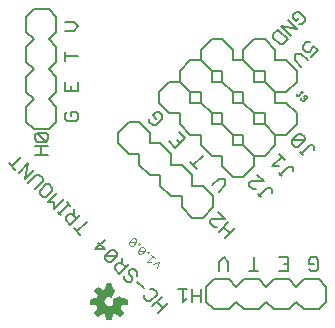
<source format=gto>
G75*
%MOIN*%
%OFA0B0*%
%FSLAX25Y25*%
%IPPOS*%
%LPD*%
%AMOC8*
5,1,8,0,0,1.08239X$1,22.5*
%
%ADD10C,0.00500*%
%ADD11C,0.00300*%
%ADD12C,0.00800*%
%ADD13C,0.00591*%
D10*
X0039237Y0036340D02*
X0042421Y0036340D01*
X0040298Y0038464D01*
X0042421Y0039525D02*
X0039237Y0036340D01*
X0042492Y0034147D02*
X0042492Y0033085D01*
X0043554Y0032023D01*
X0044615Y0032023D01*
X0046738Y0034147D01*
X0042492Y0034147D01*
X0044615Y0036270D01*
X0045677Y0036270D01*
X0046738Y0035208D01*
X0046738Y0034147D01*
X0048401Y0033545D02*
X0048401Y0031422D01*
X0047871Y0031953D02*
X0049463Y0030360D01*
X0050525Y0031422D02*
X0047340Y0028237D01*
X0045748Y0029830D01*
X0045748Y0030891D01*
X0046809Y0031953D01*
X0047871Y0031953D01*
X0050595Y0029228D02*
X0051126Y0029759D01*
X0052188Y0029759D01*
X0053249Y0028697D01*
X0053249Y0027636D01*
X0051657Y0027105D02*
X0051657Y0026043D01*
X0051126Y0025512D01*
X0050065Y0025512D01*
X0049003Y0026574D01*
X0049003Y0027636D01*
X0050595Y0028166D02*
X0050595Y0029228D01*
X0050595Y0028166D02*
X0051657Y0027105D01*
X0053320Y0025442D02*
X0055443Y0023319D01*
X0057637Y0023248D02*
X0058699Y0023248D01*
X0059760Y0022186D01*
X0059760Y0021125D01*
X0057637Y0019002D01*
X0056575Y0019002D01*
X0055514Y0020063D01*
X0055514Y0021125D01*
X0058239Y0017338D02*
X0061423Y0020523D01*
X0059831Y0018931D02*
X0061954Y0016808D01*
X0063546Y0018400D02*
X0060362Y0015215D01*
X0068545Y0018646D02*
X0068545Y0023150D01*
X0070046Y0023150D02*
X0067044Y0023150D01*
X0070046Y0020147D02*
X0068545Y0018646D01*
X0071647Y0018646D02*
X0071647Y0023150D01*
X0071647Y0020898D02*
X0074650Y0020898D01*
X0074650Y0023150D02*
X0074650Y0018646D01*
X0080647Y0029146D02*
X0080647Y0032149D01*
X0082149Y0033650D01*
X0083650Y0032149D01*
X0083650Y0029146D01*
X0090647Y0029146D02*
X0093650Y0029146D01*
X0092149Y0029146D02*
X0092149Y0033650D01*
X0100647Y0033650D02*
X0103650Y0033650D01*
X0103650Y0029146D01*
X0100647Y0029146D01*
X0102149Y0031398D02*
X0103650Y0031398D01*
X0110647Y0031398D02*
X0112149Y0031398D01*
X0110647Y0031398D02*
X0110647Y0032899D01*
X0111398Y0033650D01*
X0112899Y0033650D01*
X0113650Y0032899D01*
X0113650Y0029897D01*
X0112899Y0029146D01*
X0111398Y0029146D01*
X0110647Y0029897D01*
X0094511Y0053704D02*
X0093450Y0054765D01*
X0093980Y0054234D02*
X0096634Y0056888D01*
X0097696Y0056888D01*
X0098227Y0056357D01*
X0098227Y0055296D01*
X0095502Y0059082D02*
X0091256Y0059082D01*
X0090725Y0058551D01*
X0090725Y0057490D01*
X0091786Y0056428D01*
X0092848Y0056428D01*
X0095502Y0059082D02*
X0093379Y0061205D01*
X0098327Y0064030D02*
X0101511Y0067215D01*
X0100450Y0068276D02*
X0102573Y0066153D01*
X0103705Y0063959D02*
X0101051Y0061305D01*
X0101582Y0060775D02*
X0100521Y0061836D01*
X0100450Y0064030D02*
X0098327Y0064030D01*
X0103705Y0063959D02*
X0104767Y0063959D01*
X0105298Y0063428D01*
X0105298Y0062367D01*
X0108653Y0067846D02*
X0107592Y0068907D01*
X0108122Y0068376D02*
X0110776Y0071030D01*
X0111838Y0071030D01*
X0112369Y0070500D01*
X0112369Y0069438D01*
X0109113Y0072693D02*
X0104867Y0072693D01*
X0106990Y0074817D01*
X0108052Y0074817D01*
X0109113Y0073755D01*
X0109113Y0072693D01*
X0106990Y0070570D01*
X0105929Y0070570D01*
X0104867Y0071632D01*
X0104867Y0072693D01*
X0108519Y0085804D02*
X0108071Y0086252D01*
X0108071Y0086701D01*
X0108967Y0086701D02*
X0109192Y0086476D01*
X0109192Y0086028D01*
X0108967Y0085804D01*
X0108519Y0085804D01*
X0109192Y0086476D02*
X0109640Y0086476D01*
X0109864Y0086701D01*
X0109864Y0087149D01*
X0109416Y0087597D01*
X0108967Y0087597D01*
X0108525Y0088487D02*
X0108077Y0088936D01*
X0108301Y0088711D02*
X0107181Y0087591D01*
X0106732Y0087591D01*
X0106508Y0087815D01*
X0106508Y0088263D01*
X0108042Y0097283D02*
X0105918Y0099406D01*
X0105918Y0101529D01*
X0108042Y0101529D01*
X0110165Y0099406D01*
X0111297Y0100539D02*
X0113420Y0102662D01*
X0111828Y0104254D01*
X0111297Y0102662D01*
X0110766Y0102131D01*
X0109705Y0102131D01*
X0108643Y0103193D01*
X0108643Y0104254D01*
X0109705Y0105316D01*
X0110766Y0105316D01*
X0106678Y0109693D02*
X0101370Y0110755D01*
X0104555Y0107570D01*
X0103422Y0106438D02*
X0101830Y0104845D01*
X0100769Y0104845D01*
X0098645Y0106968D01*
X0098645Y0108030D01*
X0100238Y0109622D01*
X0103422Y0106438D01*
X0106678Y0109693D02*
X0103493Y0112878D01*
X0105156Y0113479D02*
X0106218Y0112418D01*
X0107280Y0113479D01*
X0109403Y0113479D02*
X0107280Y0115602D01*
X0106218Y0115602D01*
X0105156Y0114541D01*
X0105156Y0113479D01*
X0107280Y0111356D02*
X0108341Y0111356D01*
X0109403Y0112418D01*
X0109403Y0113479D01*
X0069233Y0073407D02*
X0067110Y0075530D01*
X0066579Y0072876D02*
X0067641Y0071814D01*
X0066049Y0070222D02*
X0069233Y0073407D01*
X0066049Y0070222D02*
X0063925Y0072345D01*
X0059508Y0077824D02*
X0058447Y0077824D01*
X0057385Y0078885D01*
X0057385Y0079947D01*
X0058447Y0081008D02*
X0059508Y0079947D01*
X0058447Y0081008D02*
X0059508Y0082070D01*
X0060570Y0082070D01*
X0061631Y0081008D01*
X0061631Y0079947D01*
X0059508Y0077824D01*
X0070996Y0065374D02*
X0073120Y0063251D01*
X0072058Y0064312D02*
X0075243Y0067497D01*
X0080491Y0059826D02*
X0078368Y0057703D01*
X0080491Y0059826D02*
X0082614Y0059826D01*
X0082614Y0057703D01*
X0080491Y0055580D01*
X0080389Y0048716D02*
X0082512Y0046592D01*
X0078266Y0046592D01*
X0077735Y0046062D01*
X0077735Y0045000D01*
X0078797Y0043939D01*
X0079858Y0043939D01*
X0080460Y0042275D02*
X0083645Y0045460D01*
X0082052Y0043868D02*
X0084175Y0041745D01*
X0085768Y0043337D02*
X0082583Y0040152D01*
X0036441Y0045505D02*
X0033256Y0042321D01*
X0032195Y0043382D02*
X0034318Y0041259D01*
X0031062Y0044514D02*
X0029470Y0046107D01*
X0029470Y0047168D01*
X0030532Y0048230D01*
X0031593Y0048230D01*
X0033186Y0046638D01*
X0034247Y0047699D02*
X0031062Y0044514D01*
X0032124Y0047699D02*
X0032124Y0049822D01*
X0030992Y0050955D02*
X0029930Y0052016D01*
X0030461Y0051485D02*
X0027276Y0048301D01*
X0027807Y0047770D02*
X0026745Y0048831D01*
X0025637Y0049940D02*
X0025637Y0052063D01*
X0023514Y0052063D01*
X0026698Y0055248D01*
X0025035Y0055850D02*
X0025035Y0056911D01*
X0023974Y0057973D01*
X0022912Y0057973D01*
X0020789Y0055850D01*
X0020789Y0054788D01*
X0021850Y0053726D01*
X0022912Y0053726D01*
X0025035Y0055850D01*
X0021780Y0059105D02*
X0021780Y0060167D01*
X0020718Y0061228D01*
X0019657Y0061228D01*
X0017003Y0058574D01*
X0015870Y0059707D02*
X0016932Y0065014D01*
X0013747Y0061830D01*
X0012615Y0062962D02*
X0010492Y0065085D01*
X0011553Y0064024D02*
X0014738Y0067208D01*
X0019146Y0067650D02*
X0023650Y0067650D01*
X0021398Y0067650D02*
X0021398Y0070653D01*
X0019897Y0072254D02*
X0019146Y0073005D01*
X0019146Y0074506D01*
X0019897Y0075256D01*
X0022899Y0072254D01*
X0023650Y0073005D01*
X0023650Y0074506D01*
X0022899Y0075256D01*
X0019897Y0075256D01*
X0019897Y0072254D02*
X0022899Y0072254D01*
X0023650Y0070653D02*
X0019146Y0070653D01*
X0019055Y0062891D02*
X0015870Y0059707D01*
X0019126Y0056451D02*
X0021780Y0059105D01*
X0028821Y0053125D02*
X0025637Y0049940D01*
X0029897Y0079150D02*
X0032899Y0079150D01*
X0033650Y0079901D01*
X0033650Y0081402D01*
X0032899Y0082153D01*
X0031398Y0082153D01*
X0031398Y0080651D01*
X0029897Y0079150D02*
X0029146Y0079901D01*
X0029146Y0081402D01*
X0029897Y0082153D01*
X0029146Y0089150D02*
X0033650Y0089150D01*
X0033650Y0092153D01*
X0031398Y0090651D02*
X0031398Y0089150D01*
X0029146Y0089150D02*
X0029146Y0092153D01*
X0029146Y0099150D02*
X0029146Y0102153D01*
X0029146Y0100651D02*
X0033650Y0100651D01*
X0032149Y0109150D02*
X0029146Y0109150D01*
X0029146Y0112153D02*
X0032149Y0112153D01*
X0033650Y0110651D01*
X0032149Y0109150D01*
D11*
X0051782Y0040168D02*
X0052419Y0040168D01*
X0053056Y0039532D01*
X0053056Y0038895D01*
X0050508Y0038895D01*
X0051782Y0040168D01*
X0050508Y0038895D02*
X0050508Y0038258D01*
X0051145Y0037621D01*
X0051782Y0037621D01*
X0053056Y0038895D01*
X0053714Y0038236D02*
X0054033Y0038555D01*
X0054351Y0038236D01*
X0054033Y0037918D01*
X0053714Y0038236D01*
X0054712Y0037239D02*
X0055349Y0037239D01*
X0055986Y0036602D01*
X0055986Y0035965D01*
X0053438Y0035965D01*
X0054712Y0037239D01*
X0053438Y0035965D02*
X0053438Y0035328D01*
X0054075Y0034691D01*
X0054712Y0034691D01*
X0055986Y0035965D01*
X0056644Y0035307D02*
X0056963Y0035625D01*
X0057281Y0035307D01*
X0056963Y0034988D01*
X0056644Y0035307D01*
X0057961Y0034627D02*
X0059235Y0033353D01*
X0058598Y0033990D02*
X0056687Y0032079D01*
X0057961Y0032079D01*
X0058640Y0031400D02*
X0060551Y0032037D01*
X0059914Y0030126D01*
D12*
X0076400Y0023900D02*
X0076400Y0018900D01*
X0078900Y0016400D01*
X0083900Y0016400D01*
X0086400Y0018900D01*
X0088900Y0016400D01*
X0093900Y0016400D01*
X0096400Y0018900D01*
X0098900Y0016400D01*
X0103900Y0016400D01*
X0106400Y0018900D01*
X0108900Y0016400D01*
X0113900Y0016400D01*
X0116400Y0018900D01*
X0116400Y0023900D01*
X0113900Y0026400D01*
X0108900Y0026400D01*
X0106400Y0023900D01*
X0103900Y0026400D01*
X0098900Y0026400D01*
X0096400Y0023900D01*
X0093900Y0026400D01*
X0088900Y0026400D01*
X0086400Y0023900D01*
X0083900Y0026400D01*
X0078900Y0026400D01*
X0076400Y0023900D01*
X0075197Y0046912D02*
X0071661Y0046912D01*
X0068126Y0050448D01*
X0068126Y0053983D01*
X0064590Y0053983D01*
X0061055Y0057519D01*
X0061055Y0061055D01*
X0057519Y0061055D01*
X0053983Y0064590D01*
X0053983Y0068126D01*
X0050448Y0068126D01*
X0046912Y0071661D01*
X0046912Y0075197D01*
X0050448Y0078732D01*
X0053983Y0078732D01*
X0057519Y0075197D01*
X0057519Y0071661D01*
X0061055Y0071661D01*
X0064590Y0068126D01*
X0064590Y0064590D01*
X0068126Y0064590D01*
X0071661Y0061055D01*
X0071661Y0057519D01*
X0075197Y0057519D01*
X0078732Y0053983D01*
X0078732Y0050448D01*
X0075197Y0046912D01*
X0085197Y0060448D02*
X0081661Y0063983D01*
X0081661Y0067519D01*
X0078126Y0067519D01*
X0074590Y0071055D01*
X0074590Y0074590D01*
X0071055Y0074590D01*
X0067519Y0078126D01*
X0067519Y0081661D01*
X0063983Y0081661D01*
X0060448Y0085197D01*
X0060448Y0088732D01*
X0063983Y0092268D01*
X0067519Y0092268D01*
X0071055Y0088732D01*
X0071055Y0085197D01*
X0074590Y0085197D01*
X0078126Y0081661D01*
X0078126Y0078126D01*
X0081661Y0078126D01*
X0085197Y0074590D01*
X0085197Y0071055D01*
X0088732Y0071055D01*
X0092268Y0067519D01*
X0092268Y0063983D01*
X0088732Y0060448D01*
X0085197Y0060448D01*
X0092268Y0067519D02*
X0088732Y0071055D01*
X0088732Y0074590D01*
X0085197Y0074590D01*
X0081661Y0078126D01*
X0081661Y0081661D01*
X0078126Y0081661D01*
X0074590Y0085197D01*
X0074590Y0088732D01*
X0071055Y0088732D01*
X0067519Y0092268D01*
X0067519Y0095803D01*
X0071055Y0099339D01*
X0074590Y0099339D01*
X0078126Y0095803D01*
X0074590Y0099339D01*
X0074590Y0102874D01*
X0078126Y0106410D01*
X0081661Y0106410D01*
X0085197Y0102874D01*
X0085197Y0099339D01*
X0088732Y0099339D01*
X0088732Y0102874D01*
X0092268Y0106410D01*
X0095803Y0106410D01*
X0099339Y0102874D01*
X0099339Y0099339D01*
X0102874Y0099339D01*
X0106410Y0095803D01*
X0106410Y0092268D01*
X0102874Y0088732D01*
X0099339Y0088732D01*
X0095803Y0092268D01*
X0095803Y0095803D01*
X0092268Y0095803D01*
X0088732Y0099339D01*
X0092268Y0095803D01*
X0092268Y0092268D01*
X0095803Y0092268D01*
X0099339Y0088732D01*
X0099339Y0085197D01*
X0102874Y0085197D01*
X0106410Y0081661D01*
X0106410Y0078126D01*
X0102874Y0074590D01*
X0099339Y0074590D01*
X0095803Y0078126D01*
X0092268Y0078126D01*
X0092268Y0081661D01*
X0095803Y0081661D01*
X0095803Y0078126D01*
X0099339Y0074590D01*
X0099339Y0071055D01*
X0095803Y0067519D01*
X0092268Y0067519D01*
X0092268Y0081661D02*
X0088732Y0085197D01*
X0085197Y0085197D01*
X0085197Y0088732D01*
X0088732Y0088732D01*
X0088732Y0085197D01*
X0092268Y0081661D01*
X0085197Y0088732D02*
X0081661Y0092268D01*
X0081661Y0095803D01*
X0078126Y0095803D01*
X0078126Y0092268D01*
X0081661Y0092268D01*
X0085197Y0088732D01*
X0026400Y0088900D02*
X0026400Y0093900D01*
X0023900Y0096400D01*
X0026400Y0098900D01*
X0026400Y0103900D01*
X0023900Y0106400D01*
X0026400Y0108900D01*
X0026400Y0113900D01*
X0023900Y0116400D01*
X0018900Y0116400D01*
X0016400Y0113900D01*
X0016400Y0108900D01*
X0018900Y0106400D01*
X0016400Y0103900D01*
X0016400Y0098900D01*
X0018900Y0096400D01*
X0016400Y0093900D01*
X0016400Y0088900D01*
X0018900Y0086400D01*
X0016400Y0083900D01*
X0016400Y0078900D01*
X0018900Y0076400D01*
X0023900Y0076400D01*
X0026400Y0078900D01*
X0026400Y0083900D01*
X0023900Y0086400D01*
X0026400Y0088900D01*
D13*
X0038039Y0018180D02*
X0039944Y0017987D01*
X0040149Y0017346D01*
X0040457Y0016748D01*
X0039246Y0015264D01*
X0040264Y0014246D01*
X0041748Y0015457D01*
X0042346Y0015149D01*
X0042987Y0014944D01*
X0043180Y0013039D01*
X0044620Y0013039D01*
X0044813Y0014944D01*
X0045454Y0015149D01*
X0046052Y0015457D01*
X0047536Y0014246D01*
X0048554Y0015264D01*
X0047343Y0016748D01*
X0047651Y0017346D01*
X0047856Y0017987D01*
X0049761Y0018180D01*
X0049761Y0019620D01*
X0047856Y0019813D01*
X0047651Y0020454D01*
X0045605Y0019606D01*
X0045723Y0019189D01*
X0045740Y0018755D01*
X0045655Y0018330D01*
X0045474Y0017936D01*
X0045205Y0017595D01*
X0044858Y0017322D01*
X0044455Y0017140D01*
X0044021Y0017059D01*
X0043580Y0017083D01*
X0043157Y0017211D01*
X0042777Y0017436D01*
X0042461Y0017745D01*
X0042228Y0018120D01*
X0042091Y0018540D01*
X0042057Y0018980D01*
X0042129Y0019416D01*
X0042302Y0019823D01*
X0042567Y0020176D01*
X0042909Y0020456D01*
X0043307Y0020647D01*
X0043739Y0020738D01*
X0044181Y0020724D01*
X0044606Y0020605D01*
X0045454Y0022651D01*
X0044813Y0022856D01*
X0044620Y0024761D01*
X0043180Y0024761D01*
X0042987Y0022856D01*
X0042346Y0022651D01*
X0041748Y0022343D01*
X0040264Y0023554D01*
X0039246Y0022536D01*
X0040457Y0021052D01*
X0040149Y0020454D01*
X0039944Y0019813D01*
X0038039Y0019620D01*
X0038039Y0018180D01*
X0038039Y0018483D02*
X0042109Y0018483D01*
X0042072Y0019072D02*
X0038039Y0019072D01*
X0038445Y0019661D02*
X0042233Y0019661D01*
X0042657Y0020250D02*
X0040084Y0020250D01*
X0040347Y0020839D02*
X0044703Y0020839D01*
X0044947Y0021428D02*
X0040150Y0021428D01*
X0039669Y0022017D02*
X0045191Y0022017D01*
X0045435Y0022606D02*
X0042259Y0022606D01*
X0041426Y0022606D02*
X0039317Y0022606D01*
X0039906Y0023195D02*
X0040704Y0023195D01*
X0043021Y0023195D02*
X0044779Y0023195D01*
X0044719Y0023784D02*
X0043081Y0023784D01*
X0043141Y0024373D02*
X0044659Y0024373D01*
X0047159Y0020250D02*
X0047716Y0020250D01*
X0049355Y0019661D02*
X0045737Y0019661D01*
X0045728Y0019072D02*
X0049761Y0019072D01*
X0049761Y0018483D02*
X0045686Y0018483D01*
X0045441Y0017894D02*
X0047826Y0017894D01*
X0047630Y0017305D02*
X0044819Y0017305D01*
X0042999Y0017305D02*
X0040170Y0017305D01*
X0039974Y0017894D02*
X0042369Y0017894D01*
X0040430Y0016716D02*
X0047370Y0016716D01*
X0047850Y0016127D02*
X0039950Y0016127D01*
X0039469Y0015537D02*
X0048331Y0015537D01*
X0048238Y0014948D02*
X0046675Y0014948D01*
X0047397Y0014359D02*
X0047649Y0014359D01*
X0044828Y0014948D02*
X0042972Y0014948D01*
X0043046Y0014359D02*
X0044754Y0014359D01*
X0044694Y0013770D02*
X0043106Y0013770D01*
X0043166Y0013181D02*
X0044634Y0013181D01*
X0041125Y0014948D02*
X0039562Y0014948D01*
X0040151Y0014359D02*
X0040403Y0014359D01*
M02*

</source>
